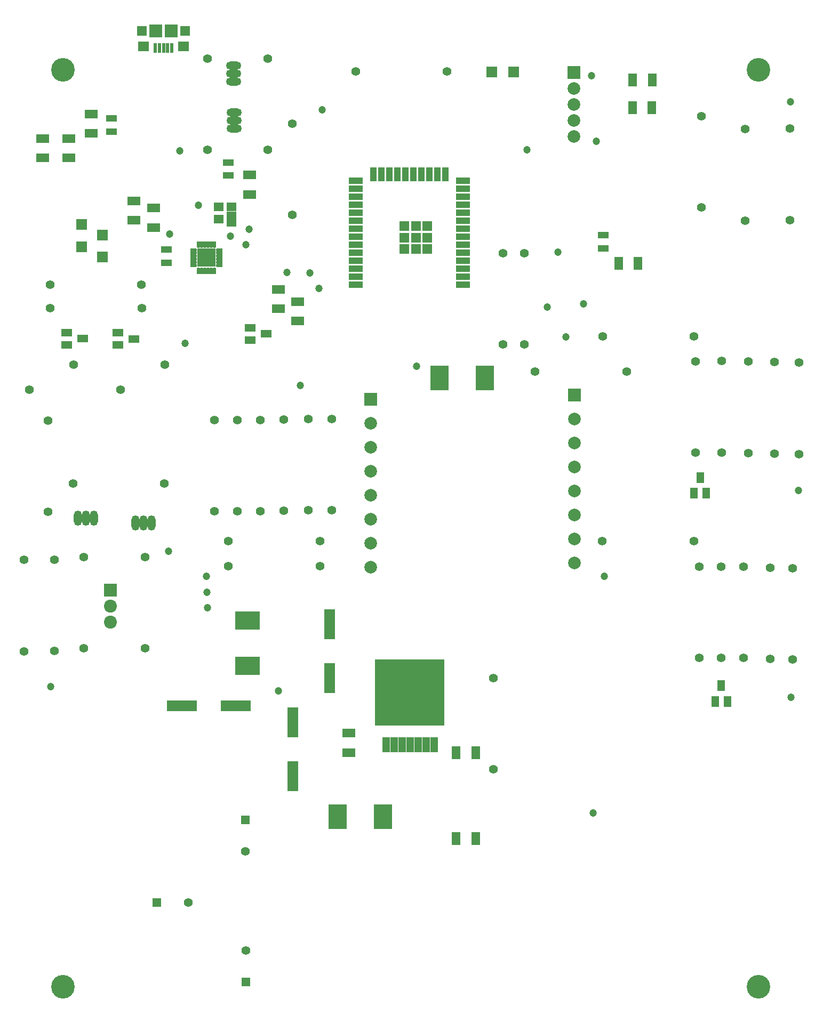
<source format=gts>
G04 ================== begin FILE IDENTIFICATION RECORD ==================*
G04 Layout Name:  E:/FACOMSA/allegro/TFG_ECU_Telemetry_Sender_1v0.brd*
G04 Film Name:    PCB_Sender_13XXVxSoldermaskTOP*
G04 File Format:  Gerber RS274X*
G04 File Origin:  Cadence Allegro 17.0-S002*
G04 Origin Date:  Mon Mar 27 20:21:05 2023*
G04 *
G04 Layer:  VIA CLASS/SOLDERMASK_TOP*
G04 Layer:  BOARD GEOMETRY/SOLDERMASK_TOP*
G04 Layer:  PACKAGE GEOMETRY/SOLDERMASK_TOP*
G04 Layer:  PIN/SOLDERMASK_TOP*
G04 *
G04 Offset:    (0.0000 0.0000)*
G04 Mirror:    No*
G04 Mode:      Positive*
G04 Rotation:  0*
G04 FullContactRelief:  No*
G04 UndefLineWidth:     0.0000*
G04 ================== end FILE IDENTIFICATION RECORD ====================*
%FSAX34Y34*MOMM*%
%IR0*IPPOS*OFA0.00000B0.00000*MIA0B0*SFA1.00000B1.00000*%
%ADD24R,.6X1.55*%
%AMMACRO26*
4,1,21,.55,-.24,
.55,.24,
-.31,.24,
-.351676,.236354,
-.392085,.225526,
-.43,.207846,
-.464269,.183851,
-.493851,.154269,
-.517846,.12,
-.535526,.082085,
-.546354,.041676,
-.55,0.0,
-.546354,-.041676,
-.535526,-.082085,
-.517846,-.12,
-.493851,-.154269,
-.464269,-.183851,
-.43,-.207846,
-.392085,-.225526,
-.351676,-.236354,
-.31,-.24,
.55,-.24,
0.0*
%
%ADD26MACRO26*%
%AMMACRO28*
4,1,21,-.24,-.55,
.24,-.55,
.24,.31,
.236354,.351676,
.225526,.392085,
.207846,.43,
.183851,.464269,
.154269,.493851,
.12,.517846,
.082085,.535526,
.041676,.546354,
0.0,.55,
-.041676,.546354,
-.082085,.535526,
-.12,.517846,
-.154269,.493851,
-.183851,.464269,
-.207846,.43,
-.225526,.392085,
-.236354,.351676,
-.24,.31,
-.24,-.55,
0.0*
%
%ADD28MACRO28*%
%ADD38R,11.1X10.6*%
%ADD42R,1.1X2.2*%
%ADD41R,2.2X1.1*%
%ADD32R,4.X3.*%
%ADD23R,2.1X2.1*%
%ADD14O,1.3X2.4*%
%ADD36R,3.X4.*%
%ADD34O,2.4X1.3*%
%ADD13R,2.1X1.4*%
%ADD44R,1.4X2.1*%
%ADD19R,1.8X1.1*%
%ADD15R,1.7X1.2*%
%ADD45R,1.2X1.7*%
%ADD37R,1.25X2.4*%
%ADD39C,2.*%
%ADD22R,1.8X1.6*%
%ADD11C,1.2*%
%ADD43R,1.53X1.53*%
%ADD25R,1.65X1.5*%
%ADD12C,1.4*%
%ADD35R,1.7X4.8*%
%ADD21R,4.8X1.7*%
%ADD17C,2.06*%
%ADD40R,2.X2.*%
%ADD20R,1.4X1.4*%
%ADD18R,2.06X2.06*%
%ADD16R,1.7X1.7*%
%ADD10C,3.75*%
%AMMACRO29*
4,1,21,.24,.55,
-.24,.55,
-.24,-.31,
-.236354,-.351676,
-.225526,-.392085,
-.207846,-.43,
-.183851,-.464269,
-.154269,-.493851,
-.12,-.517846,
-.082085,-.535526,
-.041676,-.546354,
0.0,-.55,
.041676,-.546354,
.082085,-.535526,
.12,-.517846,
.154269,-.493851,
.183851,-.464269,
.207846,-.43,
.225526,-.392085,
.236354,-.351676,
.24,-.31,
.24,.55,
0.0*
%
%ADD29MACRO29*%
%AMMACRO27*
4,1,21,-.55,.24,
-.55,-.24,
.31,-.24,
.351676,-.236354,
.392085,-.225526,
.43,-.207846,
.464269,-.183851,
.493851,-.154269,
.517846,-.12,
.535526,-.082085,
.546354,-.041676,
.55,0.0,
.546354,.041676,
.535526,.082085,
.517846,.12,
.493851,.154269,
.464269,.183851,
.43,.207846,
.392085,.225526,
.351676,.236354,
.31,.24,
-.55,.24,
0.0*
%
%ADD27MACRO27*%
%ADD30R,2.9X2.9*%
%ADD31R,1.6256X1.3208*%
%ADD33R,1.6256X2.3368*%
%LPD*%
G75*
G54D10*
X-0632000Y-0757000D03*
Y0699000D03*
X0472000Y-0757000D03*
Y0699000D03*
G54D20*
X-0482400Y-0623500D03*
X-0341000Y-0749300D03*
X-0342500Y-0491800D03*
G54D11*
X-0651000Y-0280000D03*
X-0464000Y-0065000D03*
X-0462000Y0439000D03*
X-0446000Y0571000D03*
X-0402000Y-0155000D03*
X-0403000Y-0130000D03*
X-0404000Y-0105000D03*
X-0438000Y0265000D03*
X-0417000Y0484000D03*
X-0341000Y0422000D03*
X-0336000Y0446000D03*
X-0366000Y0435000D03*
X-0290000Y-0287000D03*
X-0255000Y0198000D03*
X-0276000Y0378000D03*
X-0225000Y0352000D03*
X-0240000Y0377000D03*
X-0220000Y0636000D03*
X-0070000Y0229000D03*
X0137000Y0323000D03*
X0154000Y0410000D03*
X0105000Y0572000D03*
X0210000Y-0481000D03*
X0167000Y0275000D03*
X0195000Y0328000D03*
X0215000Y0586000D03*
X0207000Y0690000D03*
X0228000Y-0105000D03*
X0524000Y-0297000D03*
X0536000Y0031000D03*
X0523000Y0649000D03*
G54D30*
X-0404100Y0401100D03*
G54D21*
X-0443100Y-0310800D03*
X-0357100D03*
G54D12*
X-0645000Y-0223500D03*
X-0693500Y-0224100D03*
X-0645000Y-0078500D03*
X-0693500Y-0079100D03*
X-0655600Y-0002400D03*
Y0142600D03*
X-0685100Y0191800D03*
X-0651700Y0321000D03*
X-0652100Y0358000D03*
X-0598300Y-0219500D03*
Y-0074500D03*
X-0615900Y0042300D03*
X-0615000Y0231000D03*
X-0540100Y0191800D03*
X-0501600Y-0219600D03*
Y-0074600D03*
X-0470900Y0042300D03*
X-0470000Y0231000D03*
X-0506700Y0321000D03*
X-0507100Y0358000D03*
X-0432400Y-0623500D03*
X-0391300Y-0001900D03*
Y0143100D03*
X-0402000Y0572000D03*
Y0717000D03*
X-0341000Y-0699300D03*
X-0342500Y-0541800D03*
X-0369000Y-0049000D03*
Y-0089000D03*
X-0354900Y-0001700D03*
X-0318300Y-0001600D03*
X-0354900Y0143300D03*
X-0318300Y0143400D03*
X-0280800Y-0000800D03*
X-0242400Y-0000300D03*
X-0280800Y0144200D03*
X-0242400Y0144700D03*
X-0267300Y0468700D03*
X-0307000Y0572000D03*
X-0267300Y0613700D03*
X-0307000Y0717000D03*
X-0224000Y-0049000D03*
Y-0089000D03*
X-0204700Y0000100D03*
Y0145100D03*
X-0167100Y0697100D03*
X-0022100D03*
X0051500Y-0411500D03*
Y-0266500D03*
X0067200Y0263500D03*
Y0408500D03*
X0117900Y0220400D03*
X0100800Y0263200D03*
Y0408200D03*
X0224500Y-0049400D03*
X0224700Y0275800D03*
X0262900Y0220400D03*
X0413000Y-0234300D03*
X0378700D03*
X0413000Y-0089300D03*
X0378700D03*
X0369500Y-0049400D03*
X0372700Y0091300D03*
X0413500Y0091700D03*
X0372700Y0236300D03*
X0413500Y0236700D03*
X0369700Y0275800D03*
X0381900Y0480800D03*
Y0625800D03*
X0448700Y-0234600D03*
X0490800Y-0236100D03*
X0448700Y-0089600D03*
X0490800Y-0091100D03*
X0456200Y0091000D03*
Y0236000D03*
X0451000Y0460000D03*
Y0605000D03*
X0526600Y-0237100D03*
Y-0092100D03*
X0537100Y0089300D03*
X0497800Y0090100D03*
X0537100Y0234300D03*
X0497800Y0235100D03*
X0522000Y0461000D03*
Y0606000D03*
G54D31*
X-0384360Y0462348D03*
Y0481652D03*
X-0364040D03*
G54D40*
X-0143000Y0176100D03*
X0180000Y0183100D03*
X0179800Y0695100D03*
G54D22*
X-0504000Y0736500D03*
X-0440000D03*
G54D13*
X-0664000Y0559500D03*
Y0590500D03*
X-0587000Y0598500D03*
X-0622000Y0559500D03*
Y0590500D03*
X-0587000Y0629500D03*
X-0519100Y0460400D03*
Y0491400D03*
X-0488100Y0479900D03*
Y0448900D03*
X-0335000Y0501500D03*
Y0532500D03*
X-0258800Y0300200D03*
Y0331200D03*
X-0289900Y0350900D03*
Y0319900D03*
X-0177600Y-0385100D03*
Y-0354100D03*
G54D14*
X-0582300Y-0012820D03*
X-0595000D03*
X-0607700D03*
X-0516500Y-0020580D03*
X-0503800D03*
X-0491100D03*
G54D23*
X-0484000Y0761000D03*
X-0460000D03*
G54D32*
X-0339000Y-0247000D03*
Y-0175000D03*
G54D41*
X-0166600Y0358100D03*
Y0370800D03*
Y0383500D03*
Y0396200D03*
Y0408900D03*
Y0421600D03*
Y0434300D03*
Y0447000D03*
Y0459700D03*
Y0472400D03*
Y0485100D03*
Y0497800D03*
Y0510500D03*
Y0523200D03*
X0003400Y0421600D03*
Y0408900D03*
Y0396200D03*
Y0383500D03*
Y0370800D03*
Y0358100D03*
Y0459700D03*
Y0447000D03*
Y0434300D03*
Y0485100D03*
Y0472400D03*
Y0523200D03*
Y0510500D03*
Y0497800D03*
G54D33*
X-0364040Y0462348D03*
G54D15*
X-0625500Y0262800D03*
Y0281800D03*
X-0600500Y0272300D03*
X-0544100Y0262600D03*
Y0281600D03*
X-0519100Y0272100D03*
X-0334200Y0270400D03*
Y0289400D03*
X-0309200Y0279900D03*
G54D42*
X-0138750Y0533200D03*
X-0126050D03*
X-0113350D03*
X-0100650D03*
X-0087950D03*
X-0075250D03*
X-0062550D03*
X-0049850D03*
X-0037150D03*
X-0024450D03*
G54D24*
X-0485000Y0734250D03*
X-0478500D03*
X-0472000D03*
X-0465500D03*
X-0459000D03*
G54D16*
X-0602400Y0418600D03*
Y0453600D03*
X-0568700Y0402300D03*
Y0437300D03*
X0048700Y0695600D03*
X0083700D03*
G54D25*
X-0506250Y0761000D03*
X-0437750D03*
G54D43*
X-0089950Y0414750D03*
X-0071600D03*
X-0053250D03*
X-0089950Y0451450D03*
X-0071600D03*
X-0053250D03*
X-0089950Y0433100D03*
X-0071600D03*
X-0053250D03*
G54D34*
X-0359820Y0606200D03*
Y0618900D03*
X-0360420Y0680600D03*
X-0359820Y0631600D03*
X-0360420Y0693300D03*
Y0706000D03*
G54D17*
X-0556100Y-0177400D03*
Y-0152000D03*
G54D35*
X-0266900Y-0422600D03*
Y-0336600D03*
X-0208000Y-0267000D03*
Y-0181000D03*
G54D44*
X0023700Y-0521600D03*
X-0007300D03*
X0023300Y-0385200D03*
X-0007700D03*
X0281300Y0392000D03*
X0250300D03*
X0272500Y0683600D03*
X0272200Y0639100D03*
X0303500Y0683600D03*
X0303200Y0639100D03*
G54D26*
X-0383600Y0413600D03*
Y0408600D03*
Y0403600D03*
Y0398600D03*
Y0393600D03*
Y0388600D03*
G54D27*
X-0424600D03*
Y0393600D03*
Y0398600D03*
Y0403600D03*
Y0408600D03*
Y0413600D03*
G54D18*
X-0556100Y-0126600D03*
G54D45*
X0422900Y-0303900D03*
X0403900D03*
X0413400Y-0278900D03*
X0389200Y0026800D03*
X0370200D03*
X0379700Y0051800D03*
G54D36*
X-0195400Y-0487100D03*
X-0123400D03*
X-0034000Y0210000D03*
X0038000D03*
G54D37*
X-0118600Y-0372900D03*
X-0055100D03*
X-0067800D03*
X-0080500D03*
X-0093200D03*
X-0105900D03*
X-0042400D03*
G54D19*
X-0555000Y0601500D03*
Y0622500D03*
X-0467300Y0392800D03*
Y0413800D03*
X-0369000Y0531500D03*
Y0552500D03*
X0226300Y0416000D03*
Y0437000D03*
G54D28*
X-0391600Y0380600D03*
X-0396600D03*
X-0401600D03*
X-0406600D03*
X-0411600D03*
X-0416600D03*
G54D29*
Y0421600D03*
X-0411600D03*
X-0406600D03*
X-0401600D03*
X-0396600D03*
X-0391600D03*
G54D38*
X-0081600Y-0289900D03*
G54D39*
X-0143000Y-0090400D03*
Y-0052300D03*
Y-0014200D03*
Y0023900D03*
Y0062000D03*
Y0100100D03*
Y0138100D03*
X0180000Y-0083400D03*
Y-0045300D03*
Y-0007200D03*
Y0030900D03*
Y0069000D03*
Y0107100D03*
Y0145100D03*
X0179800Y0593500D03*
Y0618900D03*
Y0644300D03*
Y0669700D03*
M02*

</source>
